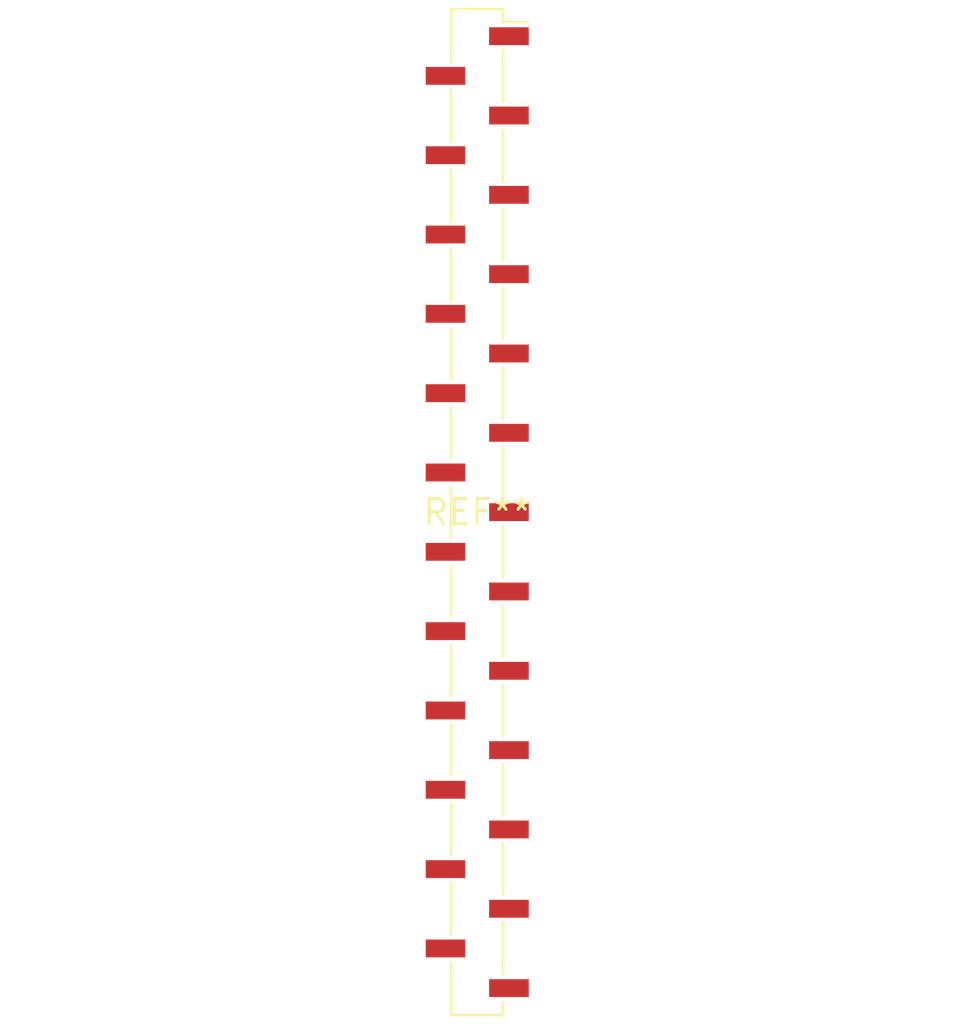
<source format=kicad_pcb>
(kicad_pcb (version 20240108) (generator pcbnew)
  (layers (0 "F.Cu" signal) (31 "B.Cu" signal) (34 "B.Paste" user) (35 "F.Paste" user) (36 "B.SilkS" user "B.Silkscreen") (37 "F.SilkS" user "F.Silkscreen") (38 "B.Mask" user) (39 "F.Mask" user) (44 "Edge.Cuts" user))
  (net 0 "")
  (footprint "PinSocket_1x25_P2.00mm_Vertical_SMD_Pin1Right" (layer "F.Cu") (at 0 0)
    (property "Reference" "REF**")
    (property "Value" "PinSocket_1x25_P2.00mm_Vertical_SMD_Pin1Right")
    (fp_line (start -1.31 -25.36) (end -1.31 -22.71) (layer "F.SilkS") (stroke (width 0.12)))
    (fp_line (start -1.31 -25.36) (end 1.31 -25.36) (layer "F.SilkS") (stroke (width 0.12)))
    (fp_line (start -1.31 -21.29) (end -1.31 -18.71) (layer "F.SilkS") (stroke (width 0.12)))
    (fp_line (start -1.31 -17.29) (end -1.31 -14.71) (layer "F.SilkS") (stroke (width 0.12)))
    (fp_line (start -1.31 -13.29) (end -1.31 -10.71) (layer "F.SilkS") (stroke (width 0.12)))
    (fp_line (start -1.31 -9.29) (end -1.31 -6.71) (layer "F.SilkS") (stroke (width 0.12)))
    (fp_line (start -1.31 -5.29) (end -1.31 -2.71) (layer "F.SilkS") (stroke (width 0.12)))
    (fp_line (start -1.31 -1.29) (end -1.31 1.29) (layer "F.SilkS") (stroke (width 0.12)))
    (fp_line (start -1.31 2.71) (end -1.31 5.29) (layer "F.SilkS") (stroke (width 0.12)))
    (fp_line (start -1.31 6.71) (end -1.31 9.29) (layer "F.SilkS") (stroke (width 0.12)))
    (fp_line (start -1.31 10.71) (end -1.31 13.29) (layer "F.SilkS") (stroke (width 0.12)))
    (fp_line (start -1.31 14.71) (end -1.31 17.29) (layer "F.SilkS") (stroke (width 0.12)))
    (fp_line (start -1.31 18.71) (end -1.31 21.29) (layer "F.SilkS") (stroke (width 0.12)))
    (fp_line (start -1.31 22.71) (end -1.31 25.36) (layer "F.SilkS") (stroke (width 0.12)))
    (fp_line (start -1.31 25.36) (end 1.31 25.36) (layer "F.SilkS") (stroke (width 0.12)))
    (fp_line (start 1.31 -25.36) (end 1.31 -24.71) (layer "F.SilkS") (stroke (width 0.12)))
    (fp_line (start 1.31 -24.71) (end 2.54 -24.71) (layer "F.SilkS") (stroke (width 0.12)))
    (fp_line (start 1.31 -23.29) (end 1.31 -20.71) (layer "F.SilkS") (stroke (width 0.12)))
    (fp_line (start 1.31 -19.29) (end 1.31 -16.71) (layer "F.SilkS") (stroke (width 0.12)))
    (fp_line (start 1.31 -15.29) (end 1.31 -12.71) (layer "F.SilkS") (stroke (width 0.12)))
    (fp_line (start 1.31 -11.29) (end 1.31 -8.71) (layer "F.SilkS") (stroke (width 0.12)))
    (fp_line (start 1.31 -7.29) (end 1.31 -4.71) (layer "F.SilkS") (stroke (width 0.12)))
    (fp_line (start 1.31 -3.29) (end 1.31 -0.71) (layer "F.SilkS") (stroke (width 0.12)))
    (fp_line (start 1.31 0.71) (end 1.31 3.29) (layer "F.SilkS") (stroke (width 0.12)))
    (fp_line (start 1.31 4.71) (end 1.31 7.29) (layer "F.SilkS") (stroke (width 0.12)))
    (fp_line (start 1.31 8.71) (end 1.31 11.29) (layer "F.SilkS") (stroke (width 0.12)))
    (fp_line (start 1.31 12.71) (end 1.31 15.29) (layer "F.SilkS") (stroke (width 0.12)))
    (fp_line (start 1.31 16.71) (end 1.31 19.29) (layer "F.SilkS") (stroke (width 0.12)))
    (fp_line (start 1.31 20.71) (end 1.31 23.29) (layer "F.SilkS") (stroke (width 0.12)))
    (fp_line (start 1.31 24.71) (end 1.31 25.36) (layer "F.SilkS") (stroke (width 0.12)))
    (pad "1" smd rect (at 1.6 -24) (size 2 0.9) (layers "F.Cu" "F.Paste" "F.Mask"))
    (pad "2" smd rect (at -1.6 -22) (size 2 0.9) (layers "F.Cu" "F.Paste" "F.Mask"))
    (pad "3" smd rect (at 1.6 -20) (size 2 0.9) (layers "F.Cu" "F.Paste" "F.Mask"))
    (pad "4" smd rect (at -1.6 -18) (size 2 0.9) (layers "F.Cu" "F.Paste" "F.Mask"))
    (pad "5" smd rect (at 1.6 -16) (size 2 0.9) (layers "F.Cu" "F.Paste" "F.Mask"))
    (pad "6" smd rect (at -1.6 -14) (size 2 0.9) (layers "F.Cu" "F.Paste" "F.Mask"))
    (pad "7" smd rect (at 1.6 -12) (size 2 0.9) (layers "F.Cu" "F.Paste" "F.Mask"))
    (pad "8" smd rect (at -1.6 -10) (size 2 0.9) (layers "F.Cu" "F.Paste" "F.Mask"))
    (pad "9" smd rect (at 1.6 -8) (size 2 0.9) (layers "F.Cu" "F.Paste" "F.Mask"))
    (pad "10" smd rect (at -1.6 -6) (size 2 0.9) (layers "F.Cu" "F.Paste" "F.Mask"))
    (pad "11" smd rect (at 1.6 -4) (size 2 0.9) (layers "F.Cu" "F.Paste" "F.Mask"))
    (pad "12" smd rect (at -1.6 -2) (size 2 0.9) (layers "F.Cu" "F.Paste" "F.Mask"))
    (pad "13" smd rect (at 1.6 0) (size 2 0.9) (layers "F.Cu" "F.Paste" "F.Mask"))
    (pad "14" smd rect (at -1.6 2) (size 2 0.9) (layers "F.Cu" "F.Paste" "F.Mask"))
    (pad "15" smd rect (at 1.6 4) (size 2 0.9) (layers "F.Cu" "F.Paste" "F.Mask"))
    (pad "16" smd rect (at -1.6 6) (size 2 0.9) (layers "F.Cu" "F.Paste" "F.Mask"))
    (pad "17" smd rect (at 1.6 8) (size 2 0.9) (layers "F.Cu" "F.Paste" "F.Mask"))
    (pad "18" smd rect (at -1.6 10) (size 2 0.9) (layers "F.Cu" "F.Paste" "F.Mask"))
    (pad "19" smd rect (at 1.6 12) (size 2 0.9) (layers "F.Cu" "F.Paste" "F.Mask"))
    (pad "20" smd rect (at -1.6 14) (size 2 0.9) (layers "F.Cu" "F.Paste" "F.Mask"))
    (pad "21" smd rect (at 1.6 16) (size 2 0.9) (layers "F.Cu" "F.Paste" "F.Mask"))
    (pad "22" smd rect (at -1.6 18) (size 2 0.9) (layers "F.Cu" "F.Paste" "F.Mask"))
    (pad "23" smd rect (at 1.6 20) (size 2 0.9) (layers "F.Cu" "F.Paste" "F.Mask"))
    (pad "24" smd rect (at -1.6 22) (size 2 0.9) (layers "F.Cu" "F.Paste" "F.Mask"))
    (pad "25" smd rect (at 1.6 24) (size 2 0.9) (layers "F.Cu" "F.Paste" "F.Mask"))
  )
)
</source>
